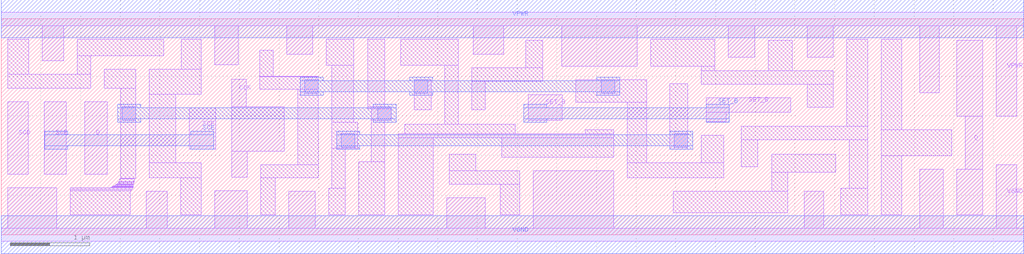
<source format=lef>
# Copyright 2020 The SkyWater PDK Authors
#
# Licensed under the Apache License, Version 2.0 (the "License");
# you may not use this file except in compliance with the License.
# You may obtain a copy of the License at
#
#     https://www.apache.org/licenses/LICENSE-2.0
#
# Unless required by applicable law or agreed to in writing, software
# distributed under the License is distributed on an "AS IS" BASIS,
# WITHOUT WARRANTIES OR CONDITIONS OF ANY KIND, either express or implied.
# See the License for the specific language governing permissions and
# limitations under the License.
#
# SPDX-License-Identifier: Apache-2.0

VERSION 5.5 ;
NAMESCASESENSITIVE ON ;
BUSBITCHARS "[]" ;
DIVIDERCHAR "/" ;
MACRO sky130_fd_sc_hd__sdfstp_2
  CLASS CORE ;
  SOURCE USER ;
  ORIGIN  0.000000  0.000000 ;
  SIZE  12.88000 BY  2.720000 ;
  SYMMETRY X Y R90 ;
  SITE unithd ;
  PIN D
    ANTENNAGATEAREA  0.159000 ;
    DIRECTION INPUT ;
    USE SIGNAL ;
    PORT
      LAYER li1 ;
        RECT 1.050000 0.765000 1.335000 1.675000 ;
    END
  END D
  PIN Q
    ANTENNADIFFAREA  0.519750 ;
    DIRECTION OUTPUT ;
    USE SIGNAL ;
    PORT
      LAYER li1 ;
        RECT 12.035000 0.255000 12.365000 0.825000 ;
        RECT 12.035000 1.495000 12.365000 2.450000 ;
        RECT 12.145000 0.825000 12.365000 1.495000 ;
    END
  END Q
  PIN SCD
    ANTENNAGATEAREA  0.159000 ;
    DIRECTION INPUT ;
    USE SIGNAL ;
    PORT
      LAYER li1 ;
        RECT 0.085000 0.765000 0.340000 1.675000 ;
    END
  END SCD
  PIN SCE
    ANTENNAGATEAREA  0.318000 ;
    DIRECTION INPUT ;
    USE SIGNAL ;
    PORT
      LAYER li1 ;
        RECT 0.540000 0.765000 0.820000 1.675000 ;
    END
    PORT
      LAYER li1 ;
        RECT 2.370000 1.075000 2.700000 1.600000 ;
    END
    PORT
      LAYER met1 ;
        RECT 0.545000 1.075000 0.835000 1.120000 ;
        RECT 0.545000 1.120000 2.675000 1.260000 ;
        RECT 0.545000 1.260000 0.835000 1.305000 ;
        RECT 2.385000 1.075000 2.675000 1.120000 ;
        RECT 2.385000 1.260000 2.675000 1.305000 ;
    END
  END SCE
  PIN SET_B
    ANTENNAGATEAREA  0.252000 ;
    DIRECTION INPUT ;
    USE SIGNAL ;
    PORT
      LAYER li1 ;
        RECT 6.640000 1.445000 7.065000 1.765000 ;
    END
    PORT
      LAYER li1 ;
        RECT 8.880000 1.425000 9.135000 1.545000 ;
        RECT 8.880000 1.545000 9.945000 1.725000 ;
    END
    PORT
      LAYER met1 ;
        RECT 6.580000 1.415000 6.870000 1.460000 ;
        RECT 6.580000 1.460000 9.170000 1.600000 ;
        RECT 6.580000 1.600000 6.870000 1.645000 ;
        RECT 8.880000 1.415000 9.170000 1.460000 ;
        RECT 8.880000 1.600000 9.170000 1.645000 ;
    END
  END SET_B
  PIN CLK
    ANTENNAGATEAREA  0.159000 ;
    DIRECTION INPUT ;
    USE CLOCK ;
    PORT
      LAYER li1 ;
        RECT 2.905000 0.725000 3.100000 1.055000 ;
        RECT 2.905000 1.055000 3.565000 1.615000 ;
        RECT 2.905000 1.615000 3.085000 1.960000 ;
    END
  END CLK
  PIN VGND
    DIRECTION INOUT ;
    SHAPE ABUTMENT ;
    USE GROUND ;
    PORT
      LAYER li1 ;
        RECT  0.000000 -0.085000 12.880000 0.085000 ;
        RECT  0.085000  0.085000  0.700000 0.595000 ;
        RECT  1.825000  0.085000  2.090000 0.545000 ;
        RECT  2.690000  0.085000  3.100000 0.555000 ;
        RECT  3.625000  0.085000  3.955000 0.545000 ;
        RECT  5.610000  0.085000  6.095000 0.465000 ;
        RECT  6.705000  0.085000  7.715000 0.805000 ;
        RECT 10.115000  0.085000 10.365000 0.545000 ;
        RECT 11.570000  0.085000 11.865000 0.825000 ;
        RECT 12.535000  0.085000 12.795000 0.885000 ;
    END
    PORT
      LAYER met1 ;
        RECT 0.000000 -0.240000 12.880000 0.240000 ;
    END
  END VGND
  PIN VPWR
    DIRECTION INOUT ;
    SHAPE ABUTMENT ;
    USE POWER ;
    PORT
      LAYER li1 ;
        RECT  0.000000 2.635000 12.880000 2.805000 ;
        RECT  0.515000 2.195000  0.785000 2.635000 ;
        RECT  2.690000 2.140000  2.985000 2.635000 ;
        RECT  3.595000 2.275000  3.925000 2.635000 ;
        RECT  5.945000 2.275000  6.330000 2.635000 ;
        RECT  7.060000 2.125000  8.015000 2.635000 ;
        RECT  9.160000 2.235000  9.490000 2.635000 ;
        RECT 10.155000 2.235000 10.485000 2.635000 ;
        RECT 11.570000 1.790000 11.820000 2.635000 ;
        RECT 12.535000 1.495000 12.795000 2.635000 ;
    END
    PORT
      LAYER met1 ;
        RECT 0.000000 2.480000 12.880000 2.960000 ;
    END
  END VPWR
  OBS
    LAYER li1 ;
      RECT  0.085000 1.845000  1.125000 2.025000 ;
      RECT  0.085000 2.025000  0.345000 2.465000 ;
      RECT  0.870000 0.255000  1.625000 0.555000 ;
      RECT  0.870000 0.555000  1.640000 0.575000 ;
      RECT  0.870000 0.575000  1.650000 0.595000 ;
      RECT  0.955000 2.025000  1.125000 2.255000 ;
      RECT  0.955000 2.255000  2.045000 2.465000 ;
      RECT  1.295000 1.845000  1.695000 2.085000 ;
      RECT  1.380000 0.595000  1.660000 0.600000 ;
      RECT  1.395000 0.600000  1.660000 0.605000 ;
      RECT  1.405000 0.605000  1.660000 0.610000 ;
      RECT  1.420000 0.610000  1.660000 0.615000 ;
      RECT  1.430000 0.615000  1.660000 0.620000 ;
      RECT  1.440000 0.620000  1.665000 0.630000 ;
      RECT  1.445000 0.630000  1.665000 0.635000 ;
      RECT  1.460000 0.635000  1.665000 0.645000 ;
      RECT  1.475000 0.645000  1.670000 0.660000 ;
      RECT  1.475000 0.660000  1.675000 0.665000 ;
      RECT  1.495000 0.665000  1.675000 0.705000 ;
      RECT  1.505000 0.705000  1.675000 0.710000 ;
      RECT  1.505000 0.710000  1.695000 1.845000 ;
      RECT  1.865000 0.715000  2.520000 0.905000 ;
      RECT  1.865000 0.905000  2.200000 1.770000 ;
      RECT  1.865000 1.770000  2.520000 2.085000 ;
      RECT  2.260000 0.255000  2.520000 0.715000 ;
      RECT  2.270000 2.085000  2.520000 2.465000 ;
      RECT  3.255000 1.830000  3.995000 1.990000 ;
      RECT  3.255000 1.990000  3.985000 2.000000 ;
      RECT  3.255000 2.000000  3.425000 2.325000 ;
      RECT  3.270000 0.255000  3.455000 0.715000 ;
      RECT  3.270000 0.715000  3.995000 0.885000 ;
      RECT  3.735000 0.885000  3.995000 1.830000 ;
      RECT  4.095000 2.135000  4.440000 2.465000 ;
      RECT  4.125000 0.255000  4.335000 0.585000 ;
      RECT  4.165000 0.585000  4.335000 1.090000 ;
      RECT  4.165000 1.090000  4.490000 1.420000 ;
      RECT  4.165000 1.420000  4.440000 2.135000 ;
      RECT  4.505000 0.255000  4.830000 0.920000 ;
      RECT  4.615000 1.590000  4.915000 1.615000 ;
      RECT  4.615000 1.615000  4.830000 2.465000 ;
      RECT  4.660000 0.920000  4.830000 1.445000 ;
      RECT  4.660000 1.445000  4.915000 1.590000 ;
      RECT  5.000000 0.255000  5.440000 1.225000 ;
      RECT  5.000000 1.225000  7.715000 1.275000 ;
      RECT  5.035000 2.135000  5.755000 2.465000 ;
      RECT  5.085000 1.275000  6.475000 1.395000 ;
      RECT  5.205000 1.575000  5.415000 1.955000 ;
      RECT  5.585000 1.395000  5.755000 2.135000 ;
      RECT  5.645000 0.635000  6.535000 0.805000 ;
      RECT  5.645000 0.805000  5.975000 1.015000 ;
      RECT  5.925000 1.575000  6.095000 1.935000 ;
      RECT  5.925000 1.935000  6.820000 2.105000 ;
      RECT  6.285000 0.255000  6.535000 0.635000 ;
      RECT  6.305000 0.975000  7.715000 1.225000 ;
      RECT  6.605000 2.105000  6.820000 2.450000 ;
      RECT  7.235000 1.670000  8.135000 1.955000 ;
      RECT  7.355000 1.275000  7.715000 1.325000 ;
      RECT  7.885000 0.720000  9.105000 0.905000 ;
      RECT  7.885000 0.905000  8.135000 1.670000 ;
      RECT  8.185000 2.125000  8.990000 2.460000 ;
      RECT  8.425000 1.075000  8.650000 1.905000 ;
      RECT  8.465000 0.275000  9.910000 0.545000 ;
      RECT  8.820000 0.905000  9.105000 1.255000 ;
      RECT  8.820000 1.895000 10.485000 2.065000 ;
      RECT  8.820000 2.065000  8.990000 2.125000 ;
      RECT  9.320000 0.855000  9.530000 1.195000 ;
      RECT  9.320000 1.195000 10.915000 1.365000 ;
      RECT  9.660000 2.065000  9.965000 2.450000 ;
      RECT  9.710000 0.545000  9.910000 0.785000 ;
      RECT  9.710000 0.785000 10.515000 1.015000 ;
      RECT 10.155000 1.605000 10.485000 1.895000 ;
      RECT 10.575000 0.255000 10.915000 0.585000 ;
      RECT 10.655000 1.365000 10.915000 2.465000 ;
      RECT 10.685000 0.585000 10.915000 1.195000 ;
      RECT 11.085000 0.255000 11.345000 0.995000 ;
      RECT 11.085000 0.995000 11.975000 1.325000 ;
      RECT 11.085000 1.325000 11.345000 2.465000 ;
    LAYER mcon ;
      RECT 1.525000 1.445000 1.695000 1.615000 ;
      RECT 3.825000 1.785000 3.995000 1.955000 ;
      RECT 4.285000 1.105000 4.455000 1.275000 ;
      RECT 4.745000 1.445000 4.915000 1.615000 ;
      RECT 5.205000 1.785000 5.375000 1.955000 ;
      RECT 7.560000 1.785000 7.730000 1.955000 ;
      RECT 8.480000 1.105000 8.650000 1.275000 ;
    LAYER met1 ;
      RECT 1.465000 1.415000 1.755000 1.460000 ;
      RECT 1.465000 1.460000 4.975000 1.600000 ;
      RECT 1.465000 1.600000 1.755000 1.645000 ;
      RECT 3.765000 1.755000 4.055000 1.800000 ;
      RECT 3.765000 1.800000 7.790000 1.940000 ;
      RECT 3.765000 1.940000 4.055000 1.985000 ;
      RECT 4.225000 1.075000 4.515000 1.120000 ;
      RECT 4.225000 1.120000 8.710000 1.260000 ;
      RECT 4.225000 1.260000 4.515000 1.305000 ;
      RECT 4.685000 1.415000 4.975000 1.460000 ;
      RECT 4.685000 1.600000 4.975000 1.645000 ;
      RECT 5.145000 1.755000 5.435000 1.800000 ;
      RECT 5.145000 1.940000 5.435000 1.985000 ;
      RECT 7.500000 1.755000 7.790000 1.800000 ;
      RECT 7.500000 1.940000 7.790000 1.985000 ;
      RECT 8.420000 1.075000 8.710000 1.120000 ;
      RECT 8.420000 1.260000 8.710000 1.305000 ;
  END
END sky130_fd_sc_hd__sdfstp_2
END LIBRARY

</source>
